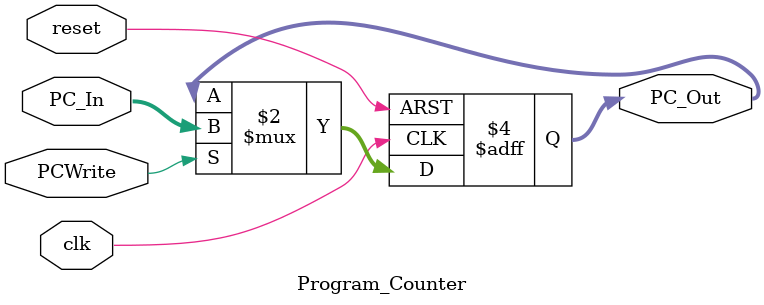
<source format=v>
module Program_Counter
(
	input clk, reset, PCWrite,
	input[63:0] PC_In,
	output reg[63:0] PC_Out
);

	always @(posedge clk or posedge reset)
	begin
		if (reset)
			PC_Out <= 64'd0;
		else if(PCWrite)
			PC_Out <= PC_In;
		
			
	end
	
endmodule
</source>
